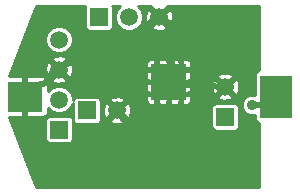
<source format=gbl>
G04 (created by PCBNEW (2013-07-07 BZR 4022)-stable) date 15/12/2014 22:10:53*
%MOIN*%
G04 Gerber Fmt 3.4, Leading zero omitted, Abs format*
%FSLAX34Y34*%
G01*
G70*
G90*
G04 APERTURE LIST*
%ADD10C,0.00590551*%
%ADD11R,0.0393701X0.0393701*%
%ADD12R,0.0590551X0.0590551*%
%ADD13C,0.0590551*%
%ADD14R,0.1181X0.1024*%
%ADD15R,0.1102X0.1417*%
%ADD16C,0.0354331*%
%ADD17C,0.019685*%
%ADD18C,0.01*%
G04 APERTURE END LIST*
G54D10*
G54D11*
X46047Y-23508D03*
X46440Y-23508D03*
X45653Y-23508D03*
X45653Y-23114D03*
X46047Y-23114D03*
X46440Y-23114D03*
X45653Y-23901D03*
X46047Y-23901D03*
X46440Y-23901D03*
G54D12*
X42400Y-25100D03*
G54D13*
X42400Y-24100D03*
X42400Y-23100D03*
X42400Y-22100D03*
G54D12*
X43724Y-21349D03*
G54D13*
X44724Y-21349D03*
X45724Y-21349D03*
G54D12*
X47933Y-24673D03*
G54D13*
X47933Y-23673D03*
G54D14*
X41254Y-24000D03*
G54D15*
X49639Y-24000D03*
G54D12*
X43321Y-24463D03*
G54D13*
X44321Y-24463D03*
G54D16*
X48832Y-24284D03*
X46215Y-21637D03*
X45428Y-26082D03*
G54D17*
X49088Y-24284D02*
X48832Y-24284D01*
X49186Y-24284D02*
X49088Y-24284D01*
X49639Y-24000D02*
X49186Y-24284D01*
X44321Y-24463D02*
X45428Y-26082D01*
X44938Y-21859D02*
X45724Y-21349D01*
X42232Y-23116D02*
X44938Y-21859D01*
X41942Y-23528D02*
X42232Y-23116D01*
X41885Y-23586D02*
X41942Y-23528D01*
X41844Y-23586D02*
X41885Y-23586D01*
X41746Y-23586D02*
X41844Y-23586D01*
X41254Y-24000D02*
X41746Y-23586D01*
X45724Y-21349D02*
X46215Y-21637D01*
X46145Y-23015D02*
X46047Y-23114D01*
X46145Y-22917D02*
X46145Y-23015D01*
X46145Y-22876D02*
X46145Y-22917D01*
X46215Y-21637D02*
X46145Y-22876D01*
X46678Y-23606D02*
X47933Y-23673D01*
X46637Y-23606D02*
X46678Y-23606D01*
X46539Y-23606D02*
X46637Y-23606D01*
X46440Y-23508D02*
X46539Y-23606D01*
G54D10*
G36*
X49060Y-24876D02*
X49052Y-24920D01*
X49052Y-27012D01*
X48402Y-27012D01*
X48402Y-23735D01*
X48390Y-23551D01*
X48342Y-23436D01*
X48270Y-23405D01*
X48202Y-23473D01*
X48202Y-23336D01*
X48170Y-23264D01*
X47996Y-23204D01*
X47812Y-23216D01*
X47696Y-23264D01*
X47665Y-23336D01*
X47933Y-23604D01*
X48202Y-23336D01*
X48202Y-23473D01*
X48002Y-23673D01*
X48270Y-23941D01*
X48342Y-23910D01*
X48402Y-23735D01*
X48402Y-27012D01*
X48397Y-27012D01*
X48397Y-24935D01*
X48397Y-24344D01*
X48371Y-24282D01*
X48324Y-24235D01*
X48262Y-24209D01*
X48202Y-24209D01*
X48202Y-24009D01*
X47933Y-23741D01*
X47865Y-23810D01*
X47865Y-23673D01*
X47597Y-23405D01*
X47525Y-23436D01*
X47465Y-23610D01*
X47477Y-23794D01*
X47525Y-23910D01*
X47597Y-23941D01*
X47865Y-23673D01*
X47865Y-23810D01*
X47665Y-24009D01*
X47696Y-24081D01*
X47871Y-24141D01*
X48055Y-24129D01*
X48170Y-24081D01*
X48202Y-24009D01*
X48202Y-24209D01*
X48195Y-24209D01*
X47605Y-24209D01*
X47543Y-24235D01*
X47496Y-24282D01*
X47470Y-24344D01*
X47470Y-24411D01*
X47470Y-25001D01*
X47495Y-25063D01*
X47543Y-25110D01*
X47604Y-25136D01*
X47671Y-25136D01*
X48262Y-25136D01*
X48324Y-25111D01*
X48371Y-25063D01*
X48397Y-25002D01*
X48397Y-24935D01*
X48397Y-27012D01*
X46805Y-27012D01*
X46805Y-24065D01*
X46805Y-23738D01*
X46805Y-23704D01*
X46805Y-23671D01*
X46805Y-23344D01*
X46805Y-23311D01*
X46805Y-23277D01*
X46805Y-22950D01*
X46805Y-22883D01*
X46780Y-22822D01*
X46732Y-22774D01*
X46671Y-22749D01*
X46531Y-22749D01*
X46489Y-22791D01*
X46489Y-23065D01*
X46763Y-23065D01*
X46805Y-23023D01*
X46805Y-22950D01*
X46805Y-23277D01*
X46805Y-23204D01*
X46763Y-23162D01*
X46718Y-23162D01*
X46671Y-23143D01*
X46531Y-23143D01*
X46511Y-23162D01*
X46489Y-23162D01*
X46489Y-23185D01*
X46489Y-23437D01*
X46489Y-23459D01*
X46511Y-23459D01*
X46531Y-23479D01*
X46671Y-23479D01*
X46718Y-23459D01*
X46763Y-23459D01*
X46805Y-23417D01*
X46805Y-23344D01*
X46805Y-23671D01*
X46805Y-23598D01*
X46763Y-23556D01*
X46718Y-23556D01*
X46671Y-23536D01*
X46531Y-23536D01*
X46511Y-23556D01*
X46489Y-23556D01*
X46489Y-23578D01*
X46489Y-23830D01*
X46489Y-23853D01*
X46511Y-23853D01*
X46531Y-23872D01*
X46671Y-23873D01*
X46718Y-23853D01*
X46763Y-23853D01*
X46805Y-23811D01*
X46805Y-23738D01*
X46805Y-24065D01*
X46805Y-23992D01*
X46763Y-23950D01*
X46489Y-23950D01*
X46489Y-24224D01*
X46531Y-24266D01*
X46671Y-24266D01*
X46732Y-24241D01*
X46780Y-24193D01*
X46805Y-24132D01*
X46805Y-24065D01*
X46805Y-27012D01*
X46412Y-27012D01*
X46412Y-24065D01*
X46412Y-23738D01*
X46412Y-23704D01*
X46412Y-23671D01*
X46412Y-23344D01*
X46412Y-23311D01*
X46412Y-23277D01*
X46412Y-22950D01*
X46412Y-22883D01*
X46392Y-22836D01*
X46392Y-22791D01*
X46350Y-22749D01*
X46277Y-22749D01*
X46277Y-22749D01*
X46244Y-22749D01*
X46210Y-22749D01*
X46210Y-22749D01*
X46192Y-22749D01*
X46192Y-21412D01*
X46181Y-21228D01*
X46133Y-21112D01*
X46061Y-21081D01*
X45792Y-21349D01*
X46061Y-21617D01*
X46133Y-21586D01*
X46192Y-21412D01*
X46192Y-22749D01*
X46137Y-22749D01*
X46095Y-22791D01*
X46095Y-22836D01*
X46076Y-22883D01*
X46075Y-22950D01*
X46075Y-23023D01*
X46095Y-23043D01*
X46095Y-23065D01*
X46118Y-23065D01*
X46370Y-23065D01*
X46392Y-23065D01*
X46392Y-23043D01*
X46412Y-23023D01*
X46412Y-22950D01*
X46412Y-23277D01*
X46412Y-23204D01*
X46392Y-23185D01*
X46392Y-23162D01*
X46370Y-23162D01*
X46350Y-23143D01*
X46277Y-23143D01*
X46277Y-23143D01*
X46244Y-23143D01*
X46210Y-23143D01*
X46210Y-23143D01*
X46137Y-23143D01*
X46118Y-23162D01*
X46095Y-23162D01*
X46095Y-23185D01*
X46075Y-23204D01*
X46075Y-23277D01*
X46075Y-23311D01*
X46075Y-23344D01*
X46075Y-23417D01*
X46095Y-23437D01*
X46095Y-23459D01*
X46118Y-23459D01*
X46137Y-23479D01*
X46210Y-23479D01*
X46210Y-23479D01*
X46244Y-23479D01*
X46277Y-23479D01*
X46277Y-23479D01*
X46350Y-23479D01*
X46370Y-23459D01*
X46392Y-23459D01*
X46392Y-23437D01*
X46412Y-23417D01*
X46412Y-23344D01*
X46412Y-23671D01*
X46412Y-23598D01*
X46392Y-23578D01*
X46392Y-23556D01*
X46370Y-23556D01*
X46350Y-23536D01*
X46277Y-23536D01*
X46277Y-23536D01*
X46244Y-23536D01*
X46210Y-23536D01*
X46210Y-23536D01*
X46137Y-23536D01*
X46118Y-23556D01*
X46095Y-23556D01*
X46095Y-23578D01*
X46075Y-23598D01*
X46075Y-23671D01*
X46075Y-23704D01*
X46075Y-23738D01*
X46075Y-23811D01*
X46095Y-23830D01*
X46095Y-23853D01*
X46118Y-23853D01*
X46137Y-23872D01*
X46210Y-23873D01*
X46210Y-23873D01*
X46244Y-23873D01*
X46277Y-23873D01*
X46277Y-23873D01*
X46350Y-23872D01*
X46370Y-23853D01*
X46392Y-23853D01*
X46392Y-23830D01*
X46412Y-23811D01*
X46412Y-23738D01*
X46412Y-24065D01*
X46412Y-23992D01*
X46392Y-23972D01*
X46392Y-23950D01*
X46370Y-23950D01*
X46118Y-23950D01*
X46095Y-23950D01*
X46095Y-23972D01*
X46075Y-23992D01*
X46075Y-24065D01*
X46076Y-24132D01*
X46095Y-24179D01*
X46095Y-24224D01*
X46137Y-24266D01*
X46210Y-24266D01*
X46210Y-24266D01*
X46244Y-24266D01*
X46277Y-24266D01*
X46277Y-24266D01*
X46350Y-24266D01*
X46392Y-24224D01*
X46392Y-24179D01*
X46412Y-24132D01*
X46412Y-24065D01*
X46412Y-27012D01*
X46018Y-27012D01*
X46018Y-24065D01*
X46018Y-23738D01*
X46018Y-23704D01*
X46018Y-23671D01*
X46018Y-23344D01*
X46018Y-23311D01*
X46018Y-23277D01*
X46018Y-22950D01*
X46018Y-22883D01*
X45998Y-22836D01*
X45998Y-22791D01*
X45992Y-22785D01*
X45992Y-21686D01*
X45724Y-21418D01*
X45655Y-21486D01*
X45655Y-21349D01*
X45387Y-21081D01*
X45315Y-21112D01*
X45256Y-21287D01*
X45267Y-21471D01*
X45315Y-21586D01*
X45387Y-21617D01*
X45655Y-21349D01*
X45655Y-21486D01*
X45456Y-21686D01*
X45487Y-21758D01*
X45661Y-21818D01*
X45845Y-21806D01*
X45961Y-21758D01*
X45992Y-21686D01*
X45992Y-22785D01*
X45956Y-22749D01*
X45883Y-22749D01*
X45883Y-22749D01*
X45850Y-22749D01*
X45817Y-22749D01*
X45817Y-22749D01*
X45743Y-22749D01*
X45701Y-22791D01*
X45701Y-22836D01*
X45682Y-22883D01*
X45682Y-22950D01*
X45682Y-23023D01*
X45701Y-23043D01*
X45701Y-23065D01*
X45724Y-23065D01*
X45976Y-23065D01*
X45998Y-23065D01*
X45998Y-23043D01*
X46018Y-23023D01*
X46018Y-22950D01*
X46018Y-23277D01*
X46018Y-23204D01*
X45998Y-23185D01*
X45998Y-23162D01*
X45976Y-23162D01*
X45956Y-23143D01*
X45883Y-23143D01*
X45883Y-23143D01*
X45850Y-23143D01*
X45817Y-23143D01*
X45817Y-23143D01*
X45743Y-23143D01*
X45724Y-23162D01*
X45701Y-23162D01*
X45701Y-23185D01*
X45682Y-23204D01*
X45682Y-23277D01*
X45682Y-23311D01*
X45682Y-23344D01*
X45682Y-23417D01*
X45701Y-23437D01*
X45701Y-23459D01*
X45724Y-23459D01*
X45743Y-23479D01*
X45817Y-23479D01*
X45817Y-23479D01*
X45850Y-23479D01*
X45883Y-23479D01*
X45883Y-23479D01*
X45956Y-23479D01*
X45976Y-23459D01*
X45998Y-23459D01*
X45998Y-23437D01*
X46018Y-23417D01*
X46018Y-23344D01*
X46018Y-23671D01*
X46018Y-23598D01*
X45998Y-23578D01*
X45998Y-23556D01*
X45976Y-23556D01*
X45956Y-23536D01*
X45883Y-23536D01*
X45883Y-23536D01*
X45850Y-23536D01*
X45817Y-23536D01*
X45817Y-23536D01*
X45743Y-23536D01*
X45724Y-23556D01*
X45701Y-23556D01*
X45701Y-23578D01*
X45682Y-23598D01*
X45682Y-23671D01*
X45682Y-23704D01*
X45682Y-23738D01*
X45682Y-23811D01*
X45701Y-23830D01*
X45701Y-23853D01*
X45724Y-23853D01*
X45743Y-23872D01*
X45817Y-23873D01*
X45817Y-23873D01*
X45850Y-23873D01*
X45883Y-23873D01*
X45883Y-23873D01*
X45956Y-23872D01*
X45976Y-23853D01*
X45998Y-23853D01*
X45998Y-23830D01*
X46018Y-23811D01*
X46018Y-23738D01*
X46018Y-24065D01*
X46018Y-23992D01*
X45998Y-23972D01*
X45998Y-23950D01*
X45976Y-23950D01*
X45724Y-23950D01*
X45701Y-23950D01*
X45701Y-23972D01*
X45682Y-23992D01*
X45682Y-24065D01*
X45682Y-24132D01*
X45701Y-24179D01*
X45701Y-24224D01*
X45743Y-24266D01*
X45817Y-24266D01*
X45817Y-24266D01*
X45850Y-24266D01*
X45883Y-24266D01*
X45883Y-24266D01*
X45956Y-24266D01*
X45998Y-24224D01*
X45998Y-24179D01*
X46018Y-24132D01*
X46018Y-24065D01*
X46018Y-27012D01*
X45605Y-27012D01*
X45605Y-24224D01*
X45605Y-23950D01*
X45605Y-23853D01*
X45605Y-23830D01*
X45605Y-23578D01*
X45605Y-23556D01*
X45605Y-23459D01*
X45605Y-23437D01*
X45605Y-23185D01*
X45605Y-23162D01*
X45605Y-23065D01*
X45605Y-22791D01*
X45563Y-22749D01*
X45423Y-22749D01*
X45361Y-22774D01*
X45314Y-22822D01*
X45288Y-22883D01*
X45288Y-22950D01*
X45288Y-23023D01*
X45330Y-23065D01*
X45605Y-23065D01*
X45605Y-23162D01*
X45582Y-23162D01*
X45563Y-23143D01*
X45423Y-23143D01*
X45375Y-23162D01*
X45330Y-23162D01*
X45288Y-23204D01*
X45288Y-23277D01*
X45288Y-23311D01*
X45288Y-23344D01*
X45288Y-23417D01*
X45330Y-23459D01*
X45375Y-23459D01*
X45423Y-23479D01*
X45563Y-23479D01*
X45582Y-23459D01*
X45605Y-23459D01*
X45605Y-23556D01*
X45582Y-23556D01*
X45563Y-23536D01*
X45423Y-23536D01*
X45375Y-23556D01*
X45330Y-23556D01*
X45288Y-23598D01*
X45288Y-23671D01*
X45288Y-23704D01*
X45288Y-23738D01*
X45288Y-23811D01*
X45330Y-23853D01*
X45375Y-23853D01*
X45423Y-23873D01*
X45563Y-23872D01*
X45582Y-23853D01*
X45605Y-23853D01*
X45605Y-23950D01*
X45330Y-23950D01*
X45288Y-23992D01*
X45288Y-24065D01*
X45288Y-24132D01*
X45314Y-24193D01*
X45361Y-24241D01*
X45423Y-24266D01*
X45563Y-24266D01*
X45605Y-24224D01*
X45605Y-27012D01*
X44789Y-27012D01*
X44789Y-24525D01*
X44778Y-24341D01*
X44730Y-24226D01*
X44658Y-24194D01*
X44589Y-24263D01*
X44589Y-24126D01*
X44558Y-24054D01*
X44384Y-23994D01*
X44200Y-24006D01*
X44084Y-24054D01*
X44053Y-24126D01*
X44321Y-24394D01*
X44589Y-24126D01*
X44589Y-24263D01*
X44389Y-24463D01*
X44658Y-24731D01*
X44730Y-24700D01*
X44789Y-24525D01*
X44789Y-27012D01*
X44589Y-27012D01*
X44589Y-24799D01*
X44321Y-24531D01*
X44252Y-24600D01*
X44252Y-24463D01*
X43984Y-24194D01*
X43912Y-24226D01*
X43853Y-24400D01*
X43864Y-24584D01*
X43912Y-24700D01*
X43984Y-24731D01*
X44252Y-24463D01*
X44252Y-24600D01*
X44053Y-24799D01*
X44084Y-24871D01*
X44258Y-24931D01*
X44442Y-24919D01*
X44558Y-24871D01*
X44589Y-24799D01*
X44589Y-27012D01*
X43784Y-27012D01*
X43784Y-24725D01*
X43784Y-24134D01*
X43759Y-24072D01*
X43712Y-24025D01*
X43650Y-23999D01*
X43583Y-23999D01*
X42992Y-23999D01*
X42931Y-24025D01*
X42883Y-24072D01*
X42868Y-24109D01*
X42868Y-23162D01*
X42863Y-23086D01*
X42863Y-22008D01*
X42793Y-21837D01*
X42662Y-21707D01*
X42492Y-21636D01*
X42308Y-21636D01*
X42137Y-21706D01*
X42007Y-21837D01*
X41936Y-22007D01*
X41936Y-22191D01*
X42006Y-22362D01*
X42137Y-22492D01*
X42307Y-22563D01*
X42491Y-22563D01*
X42662Y-22493D01*
X42792Y-22362D01*
X42863Y-22192D01*
X42863Y-22008D01*
X42863Y-23086D01*
X42856Y-22978D01*
X42808Y-22862D01*
X42736Y-22831D01*
X42668Y-22900D01*
X42668Y-22763D01*
X42637Y-22691D01*
X42462Y-22631D01*
X42278Y-22643D01*
X42162Y-22691D01*
X42131Y-22763D01*
X42400Y-23031D01*
X42668Y-22763D01*
X42668Y-22900D01*
X42468Y-23100D01*
X42736Y-23368D01*
X42808Y-23337D01*
X42868Y-23162D01*
X42868Y-24109D01*
X42863Y-24121D01*
X42863Y-24008D01*
X42793Y-23837D01*
X42668Y-23712D01*
X42668Y-23436D01*
X42400Y-23168D01*
X42331Y-23236D01*
X42331Y-23100D01*
X42063Y-22831D01*
X41991Y-22862D01*
X41931Y-23037D01*
X41943Y-23221D01*
X41991Y-23337D01*
X42063Y-23368D01*
X42331Y-23100D01*
X42331Y-23236D01*
X42131Y-23436D01*
X42162Y-23508D01*
X42337Y-23568D01*
X42521Y-23556D01*
X42637Y-23508D01*
X42668Y-23436D01*
X42668Y-23712D01*
X42662Y-23707D01*
X42492Y-23636D01*
X42308Y-23636D01*
X42137Y-23706D01*
X42012Y-23831D01*
X42012Y-23521D01*
X42012Y-23454D01*
X41986Y-23392D01*
X41939Y-23345D01*
X41877Y-23319D01*
X41344Y-23319D01*
X41302Y-23361D01*
X41302Y-23951D01*
X41310Y-23951D01*
X41310Y-24048D01*
X41302Y-24048D01*
X41302Y-24638D01*
X41344Y-24680D01*
X41877Y-24680D01*
X41939Y-24654D01*
X41986Y-24607D01*
X42012Y-24545D01*
X42012Y-24478D01*
X42012Y-24367D01*
X42137Y-24492D01*
X42307Y-24563D01*
X42491Y-24563D01*
X42662Y-24493D01*
X42792Y-24362D01*
X42858Y-24205D01*
X42858Y-24758D01*
X42837Y-24709D01*
X42790Y-24662D01*
X42728Y-24636D01*
X42661Y-24636D01*
X42071Y-24636D01*
X42009Y-24662D01*
X41962Y-24709D01*
X41936Y-24771D01*
X41936Y-24838D01*
X41936Y-25428D01*
X41962Y-25490D01*
X42009Y-25537D01*
X42071Y-25563D01*
X42138Y-25563D01*
X42728Y-25563D01*
X42790Y-25537D01*
X42837Y-25490D01*
X42863Y-25428D01*
X42863Y-25361D01*
X42863Y-24804D01*
X42883Y-24853D01*
X42930Y-24900D01*
X42992Y-24926D01*
X43059Y-24926D01*
X43649Y-24926D01*
X43711Y-24901D01*
X43759Y-24853D01*
X43784Y-24792D01*
X43784Y-24725D01*
X43784Y-27012D01*
X41627Y-27012D01*
X40731Y-24680D01*
X41163Y-24680D01*
X41205Y-24638D01*
X41205Y-24048D01*
X41197Y-24048D01*
X41197Y-23951D01*
X41205Y-23951D01*
X41205Y-23361D01*
X41163Y-23319D01*
X40731Y-23319D01*
X41627Y-20987D01*
X43274Y-20987D01*
X43261Y-21020D01*
X43260Y-21087D01*
X43260Y-21678D01*
X43286Y-21740D01*
X43333Y-21787D01*
X43395Y-21813D01*
X43462Y-21813D01*
X44052Y-21813D01*
X44114Y-21787D01*
X44162Y-21740D01*
X44187Y-21678D01*
X44187Y-21611D01*
X44187Y-21021D01*
X44174Y-20987D01*
X44431Y-20987D01*
X44331Y-21086D01*
X44261Y-21257D01*
X44260Y-21441D01*
X44331Y-21611D01*
X44461Y-21742D01*
X44631Y-21813D01*
X44816Y-21813D01*
X44986Y-21742D01*
X45117Y-21612D01*
X45187Y-21442D01*
X45187Y-21257D01*
X45117Y-21087D01*
X45017Y-20987D01*
X45467Y-20987D01*
X45456Y-21013D01*
X45724Y-21281D01*
X45992Y-21013D01*
X45981Y-20987D01*
X49052Y-20987D01*
X49052Y-23080D01*
X49060Y-23123D01*
X49054Y-23123D01*
X48992Y-23148D01*
X48945Y-23196D01*
X48919Y-23257D01*
X48919Y-23324D01*
X48919Y-23947D01*
X48901Y-23939D01*
X48763Y-23939D01*
X48636Y-23991D01*
X48539Y-24088D01*
X48486Y-24215D01*
X48486Y-24352D01*
X48539Y-24479D01*
X48636Y-24577D01*
X48763Y-24629D01*
X48900Y-24629D01*
X48919Y-24621D01*
X48919Y-24741D01*
X48945Y-24803D01*
X48992Y-24850D01*
X49054Y-24876D01*
X49060Y-24876D01*
X49060Y-24876D01*
G37*
G54D18*
X49060Y-24876D02*
X49052Y-24920D01*
X49052Y-27012D01*
X48402Y-27012D01*
X48402Y-23735D01*
X48390Y-23551D01*
X48342Y-23436D01*
X48270Y-23405D01*
X48202Y-23473D01*
X48202Y-23336D01*
X48170Y-23264D01*
X47996Y-23204D01*
X47812Y-23216D01*
X47696Y-23264D01*
X47665Y-23336D01*
X47933Y-23604D01*
X48202Y-23336D01*
X48202Y-23473D01*
X48002Y-23673D01*
X48270Y-23941D01*
X48342Y-23910D01*
X48402Y-23735D01*
X48402Y-27012D01*
X48397Y-27012D01*
X48397Y-24935D01*
X48397Y-24344D01*
X48371Y-24282D01*
X48324Y-24235D01*
X48262Y-24209D01*
X48202Y-24209D01*
X48202Y-24009D01*
X47933Y-23741D01*
X47865Y-23810D01*
X47865Y-23673D01*
X47597Y-23405D01*
X47525Y-23436D01*
X47465Y-23610D01*
X47477Y-23794D01*
X47525Y-23910D01*
X47597Y-23941D01*
X47865Y-23673D01*
X47865Y-23810D01*
X47665Y-24009D01*
X47696Y-24081D01*
X47871Y-24141D01*
X48055Y-24129D01*
X48170Y-24081D01*
X48202Y-24009D01*
X48202Y-24209D01*
X48195Y-24209D01*
X47605Y-24209D01*
X47543Y-24235D01*
X47496Y-24282D01*
X47470Y-24344D01*
X47470Y-24411D01*
X47470Y-25001D01*
X47495Y-25063D01*
X47543Y-25110D01*
X47604Y-25136D01*
X47671Y-25136D01*
X48262Y-25136D01*
X48324Y-25111D01*
X48371Y-25063D01*
X48397Y-25002D01*
X48397Y-24935D01*
X48397Y-27012D01*
X46805Y-27012D01*
X46805Y-24065D01*
X46805Y-23738D01*
X46805Y-23704D01*
X46805Y-23671D01*
X46805Y-23344D01*
X46805Y-23311D01*
X46805Y-23277D01*
X46805Y-22950D01*
X46805Y-22883D01*
X46780Y-22822D01*
X46732Y-22774D01*
X46671Y-22749D01*
X46531Y-22749D01*
X46489Y-22791D01*
X46489Y-23065D01*
X46763Y-23065D01*
X46805Y-23023D01*
X46805Y-22950D01*
X46805Y-23277D01*
X46805Y-23204D01*
X46763Y-23162D01*
X46718Y-23162D01*
X46671Y-23143D01*
X46531Y-23143D01*
X46511Y-23162D01*
X46489Y-23162D01*
X46489Y-23185D01*
X46489Y-23437D01*
X46489Y-23459D01*
X46511Y-23459D01*
X46531Y-23479D01*
X46671Y-23479D01*
X46718Y-23459D01*
X46763Y-23459D01*
X46805Y-23417D01*
X46805Y-23344D01*
X46805Y-23671D01*
X46805Y-23598D01*
X46763Y-23556D01*
X46718Y-23556D01*
X46671Y-23536D01*
X46531Y-23536D01*
X46511Y-23556D01*
X46489Y-23556D01*
X46489Y-23578D01*
X46489Y-23830D01*
X46489Y-23853D01*
X46511Y-23853D01*
X46531Y-23872D01*
X46671Y-23873D01*
X46718Y-23853D01*
X46763Y-23853D01*
X46805Y-23811D01*
X46805Y-23738D01*
X46805Y-24065D01*
X46805Y-23992D01*
X46763Y-23950D01*
X46489Y-23950D01*
X46489Y-24224D01*
X46531Y-24266D01*
X46671Y-24266D01*
X46732Y-24241D01*
X46780Y-24193D01*
X46805Y-24132D01*
X46805Y-24065D01*
X46805Y-27012D01*
X46412Y-27012D01*
X46412Y-24065D01*
X46412Y-23738D01*
X46412Y-23704D01*
X46412Y-23671D01*
X46412Y-23344D01*
X46412Y-23311D01*
X46412Y-23277D01*
X46412Y-22950D01*
X46412Y-22883D01*
X46392Y-22836D01*
X46392Y-22791D01*
X46350Y-22749D01*
X46277Y-22749D01*
X46277Y-22749D01*
X46244Y-22749D01*
X46210Y-22749D01*
X46210Y-22749D01*
X46192Y-22749D01*
X46192Y-21412D01*
X46181Y-21228D01*
X46133Y-21112D01*
X46061Y-21081D01*
X45792Y-21349D01*
X46061Y-21617D01*
X46133Y-21586D01*
X46192Y-21412D01*
X46192Y-22749D01*
X46137Y-22749D01*
X46095Y-22791D01*
X46095Y-22836D01*
X46076Y-22883D01*
X46075Y-22950D01*
X46075Y-23023D01*
X46095Y-23043D01*
X46095Y-23065D01*
X46118Y-23065D01*
X46370Y-23065D01*
X46392Y-23065D01*
X46392Y-23043D01*
X46412Y-23023D01*
X46412Y-22950D01*
X46412Y-23277D01*
X46412Y-23204D01*
X46392Y-23185D01*
X46392Y-23162D01*
X46370Y-23162D01*
X46350Y-23143D01*
X46277Y-23143D01*
X46277Y-23143D01*
X46244Y-23143D01*
X46210Y-23143D01*
X46210Y-23143D01*
X46137Y-23143D01*
X46118Y-23162D01*
X46095Y-23162D01*
X46095Y-23185D01*
X46075Y-23204D01*
X46075Y-23277D01*
X46075Y-23311D01*
X46075Y-23344D01*
X46075Y-23417D01*
X46095Y-23437D01*
X46095Y-23459D01*
X46118Y-23459D01*
X46137Y-23479D01*
X46210Y-23479D01*
X46210Y-23479D01*
X46244Y-23479D01*
X46277Y-23479D01*
X46277Y-23479D01*
X46350Y-23479D01*
X46370Y-23459D01*
X46392Y-23459D01*
X46392Y-23437D01*
X46412Y-23417D01*
X46412Y-23344D01*
X46412Y-23671D01*
X46412Y-23598D01*
X46392Y-23578D01*
X46392Y-23556D01*
X46370Y-23556D01*
X46350Y-23536D01*
X46277Y-23536D01*
X46277Y-23536D01*
X46244Y-23536D01*
X46210Y-23536D01*
X46210Y-23536D01*
X46137Y-23536D01*
X46118Y-23556D01*
X46095Y-23556D01*
X46095Y-23578D01*
X46075Y-23598D01*
X46075Y-23671D01*
X46075Y-23704D01*
X46075Y-23738D01*
X46075Y-23811D01*
X46095Y-23830D01*
X46095Y-23853D01*
X46118Y-23853D01*
X46137Y-23872D01*
X46210Y-23873D01*
X46210Y-23873D01*
X46244Y-23873D01*
X46277Y-23873D01*
X46277Y-23873D01*
X46350Y-23872D01*
X46370Y-23853D01*
X46392Y-23853D01*
X46392Y-23830D01*
X46412Y-23811D01*
X46412Y-23738D01*
X46412Y-24065D01*
X46412Y-23992D01*
X46392Y-23972D01*
X46392Y-23950D01*
X46370Y-23950D01*
X46118Y-23950D01*
X46095Y-23950D01*
X46095Y-23972D01*
X46075Y-23992D01*
X46075Y-24065D01*
X46076Y-24132D01*
X46095Y-24179D01*
X46095Y-24224D01*
X46137Y-24266D01*
X46210Y-24266D01*
X46210Y-24266D01*
X46244Y-24266D01*
X46277Y-24266D01*
X46277Y-24266D01*
X46350Y-24266D01*
X46392Y-24224D01*
X46392Y-24179D01*
X46412Y-24132D01*
X46412Y-24065D01*
X46412Y-27012D01*
X46018Y-27012D01*
X46018Y-24065D01*
X46018Y-23738D01*
X46018Y-23704D01*
X46018Y-23671D01*
X46018Y-23344D01*
X46018Y-23311D01*
X46018Y-23277D01*
X46018Y-22950D01*
X46018Y-22883D01*
X45998Y-22836D01*
X45998Y-22791D01*
X45992Y-22785D01*
X45992Y-21686D01*
X45724Y-21418D01*
X45655Y-21486D01*
X45655Y-21349D01*
X45387Y-21081D01*
X45315Y-21112D01*
X45256Y-21287D01*
X45267Y-21471D01*
X45315Y-21586D01*
X45387Y-21617D01*
X45655Y-21349D01*
X45655Y-21486D01*
X45456Y-21686D01*
X45487Y-21758D01*
X45661Y-21818D01*
X45845Y-21806D01*
X45961Y-21758D01*
X45992Y-21686D01*
X45992Y-22785D01*
X45956Y-22749D01*
X45883Y-22749D01*
X45883Y-22749D01*
X45850Y-22749D01*
X45817Y-22749D01*
X45817Y-22749D01*
X45743Y-22749D01*
X45701Y-22791D01*
X45701Y-22836D01*
X45682Y-22883D01*
X45682Y-22950D01*
X45682Y-23023D01*
X45701Y-23043D01*
X45701Y-23065D01*
X45724Y-23065D01*
X45976Y-23065D01*
X45998Y-23065D01*
X45998Y-23043D01*
X46018Y-23023D01*
X46018Y-22950D01*
X46018Y-23277D01*
X46018Y-23204D01*
X45998Y-23185D01*
X45998Y-23162D01*
X45976Y-23162D01*
X45956Y-23143D01*
X45883Y-23143D01*
X45883Y-23143D01*
X45850Y-23143D01*
X45817Y-23143D01*
X45817Y-23143D01*
X45743Y-23143D01*
X45724Y-23162D01*
X45701Y-23162D01*
X45701Y-23185D01*
X45682Y-23204D01*
X45682Y-23277D01*
X45682Y-23311D01*
X45682Y-23344D01*
X45682Y-23417D01*
X45701Y-23437D01*
X45701Y-23459D01*
X45724Y-23459D01*
X45743Y-23479D01*
X45817Y-23479D01*
X45817Y-23479D01*
X45850Y-23479D01*
X45883Y-23479D01*
X45883Y-23479D01*
X45956Y-23479D01*
X45976Y-23459D01*
X45998Y-23459D01*
X45998Y-23437D01*
X46018Y-23417D01*
X46018Y-23344D01*
X46018Y-23671D01*
X46018Y-23598D01*
X45998Y-23578D01*
X45998Y-23556D01*
X45976Y-23556D01*
X45956Y-23536D01*
X45883Y-23536D01*
X45883Y-23536D01*
X45850Y-23536D01*
X45817Y-23536D01*
X45817Y-23536D01*
X45743Y-23536D01*
X45724Y-23556D01*
X45701Y-23556D01*
X45701Y-23578D01*
X45682Y-23598D01*
X45682Y-23671D01*
X45682Y-23704D01*
X45682Y-23738D01*
X45682Y-23811D01*
X45701Y-23830D01*
X45701Y-23853D01*
X45724Y-23853D01*
X45743Y-23872D01*
X45817Y-23873D01*
X45817Y-23873D01*
X45850Y-23873D01*
X45883Y-23873D01*
X45883Y-23873D01*
X45956Y-23872D01*
X45976Y-23853D01*
X45998Y-23853D01*
X45998Y-23830D01*
X46018Y-23811D01*
X46018Y-23738D01*
X46018Y-24065D01*
X46018Y-23992D01*
X45998Y-23972D01*
X45998Y-23950D01*
X45976Y-23950D01*
X45724Y-23950D01*
X45701Y-23950D01*
X45701Y-23972D01*
X45682Y-23992D01*
X45682Y-24065D01*
X45682Y-24132D01*
X45701Y-24179D01*
X45701Y-24224D01*
X45743Y-24266D01*
X45817Y-24266D01*
X45817Y-24266D01*
X45850Y-24266D01*
X45883Y-24266D01*
X45883Y-24266D01*
X45956Y-24266D01*
X45998Y-24224D01*
X45998Y-24179D01*
X46018Y-24132D01*
X46018Y-24065D01*
X46018Y-27012D01*
X45605Y-27012D01*
X45605Y-24224D01*
X45605Y-23950D01*
X45605Y-23853D01*
X45605Y-23830D01*
X45605Y-23578D01*
X45605Y-23556D01*
X45605Y-23459D01*
X45605Y-23437D01*
X45605Y-23185D01*
X45605Y-23162D01*
X45605Y-23065D01*
X45605Y-22791D01*
X45563Y-22749D01*
X45423Y-22749D01*
X45361Y-22774D01*
X45314Y-22822D01*
X45288Y-22883D01*
X45288Y-22950D01*
X45288Y-23023D01*
X45330Y-23065D01*
X45605Y-23065D01*
X45605Y-23162D01*
X45582Y-23162D01*
X45563Y-23143D01*
X45423Y-23143D01*
X45375Y-23162D01*
X45330Y-23162D01*
X45288Y-23204D01*
X45288Y-23277D01*
X45288Y-23311D01*
X45288Y-23344D01*
X45288Y-23417D01*
X45330Y-23459D01*
X45375Y-23459D01*
X45423Y-23479D01*
X45563Y-23479D01*
X45582Y-23459D01*
X45605Y-23459D01*
X45605Y-23556D01*
X45582Y-23556D01*
X45563Y-23536D01*
X45423Y-23536D01*
X45375Y-23556D01*
X45330Y-23556D01*
X45288Y-23598D01*
X45288Y-23671D01*
X45288Y-23704D01*
X45288Y-23738D01*
X45288Y-23811D01*
X45330Y-23853D01*
X45375Y-23853D01*
X45423Y-23873D01*
X45563Y-23872D01*
X45582Y-23853D01*
X45605Y-23853D01*
X45605Y-23950D01*
X45330Y-23950D01*
X45288Y-23992D01*
X45288Y-24065D01*
X45288Y-24132D01*
X45314Y-24193D01*
X45361Y-24241D01*
X45423Y-24266D01*
X45563Y-24266D01*
X45605Y-24224D01*
X45605Y-27012D01*
X44789Y-27012D01*
X44789Y-24525D01*
X44778Y-24341D01*
X44730Y-24226D01*
X44658Y-24194D01*
X44589Y-24263D01*
X44589Y-24126D01*
X44558Y-24054D01*
X44384Y-23994D01*
X44200Y-24006D01*
X44084Y-24054D01*
X44053Y-24126D01*
X44321Y-24394D01*
X44589Y-24126D01*
X44589Y-24263D01*
X44389Y-24463D01*
X44658Y-24731D01*
X44730Y-24700D01*
X44789Y-24525D01*
X44789Y-27012D01*
X44589Y-27012D01*
X44589Y-24799D01*
X44321Y-24531D01*
X44252Y-24600D01*
X44252Y-24463D01*
X43984Y-24194D01*
X43912Y-24226D01*
X43853Y-24400D01*
X43864Y-24584D01*
X43912Y-24700D01*
X43984Y-24731D01*
X44252Y-24463D01*
X44252Y-24600D01*
X44053Y-24799D01*
X44084Y-24871D01*
X44258Y-24931D01*
X44442Y-24919D01*
X44558Y-24871D01*
X44589Y-24799D01*
X44589Y-27012D01*
X43784Y-27012D01*
X43784Y-24725D01*
X43784Y-24134D01*
X43759Y-24072D01*
X43712Y-24025D01*
X43650Y-23999D01*
X43583Y-23999D01*
X42992Y-23999D01*
X42931Y-24025D01*
X42883Y-24072D01*
X42868Y-24109D01*
X42868Y-23162D01*
X42863Y-23086D01*
X42863Y-22008D01*
X42793Y-21837D01*
X42662Y-21707D01*
X42492Y-21636D01*
X42308Y-21636D01*
X42137Y-21706D01*
X42007Y-21837D01*
X41936Y-22007D01*
X41936Y-22191D01*
X42006Y-22362D01*
X42137Y-22492D01*
X42307Y-22563D01*
X42491Y-22563D01*
X42662Y-22493D01*
X42792Y-22362D01*
X42863Y-22192D01*
X42863Y-22008D01*
X42863Y-23086D01*
X42856Y-22978D01*
X42808Y-22862D01*
X42736Y-22831D01*
X42668Y-22900D01*
X42668Y-22763D01*
X42637Y-22691D01*
X42462Y-22631D01*
X42278Y-22643D01*
X42162Y-22691D01*
X42131Y-22763D01*
X42400Y-23031D01*
X42668Y-22763D01*
X42668Y-22900D01*
X42468Y-23100D01*
X42736Y-23368D01*
X42808Y-23337D01*
X42868Y-23162D01*
X42868Y-24109D01*
X42863Y-24121D01*
X42863Y-24008D01*
X42793Y-23837D01*
X42668Y-23712D01*
X42668Y-23436D01*
X42400Y-23168D01*
X42331Y-23236D01*
X42331Y-23100D01*
X42063Y-22831D01*
X41991Y-22862D01*
X41931Y-23037D01*
X41943Y-23221D01*
X41991Y-23337D01*
X42063Y-23368D01*
X42331Y-23100D01*
X42331Y-23236D01*
X42131Y-23436D01*
X42162Y-23508D01*
X42337Y-23568D01*
X42521Y-23556D01*
X42637Y-23508D01*
X42668Y-23436D01*
X42668Y-23712D01*
X42662Y-23707D01*
X42492Y-23636D01*
X42308Y-23636D01*
X42137Y-23706D01*
X42012Y-23831D01*
X42012Y-23521D01*
X42012Y-23454D01*
X41986Y-23392D01*
X41939Y-23345D01*
X41877Y-23319D01*
X41344Y-23319D01*
X41302Y-23361D01*
X41302Y-23951D01*
X41310Y-23951D01*
X41310Y-24048D01*
X41302Y-24048D01*
X41302Y-24638D01*
X41344Y-24680D01*
X41877Y-24680D01*
X41939Y-24654D01*
X41986Y-24607D01*
X42012Y-24545D01*
X42012Y-24478D01*
X42012Y-24367D01*
X42137Y-24492D01*
X42307Y-24563D01*
X42491Y-24563D01*
X42662Y-24493D01*
X42792Y-24362D01*
X42858Y-24205D01*
X42858Y-24758D01*
X42837Y-24709D01*
X42790Y-24662D01*
X42728Y-24636D01*
X42661Y-24636D01*
X42071Y-24636D01*
X42009Y-24662D01*
X41962Y-24709D01*
X41936Y-24771D01*
X41936Y-24838D01*
X41936Y-25428D01*
X41962Y-25490D01*
X42009Y-25537D01*
X42071Y-25563D01*
X42138Y-25563D01*
X42728Y-25563D01*
X42790Y-25537D01*
X42837Y-25490D01*
X42863Y-25428D01*
X42863Y-25361D01*
X42863Y-24804D01*
X42883Y-24853D01*
X42930Y-24900D01*
X42992Y-24926D01*
X43059Y-24926D01*
X43649Y-24926D01*
X43711Y-24901D01*
X43759Y-24853D01*
X43784Y-24792D01*
X43784Y-24725D01*
X43784Y-27012D01*
X41627Y-27012D01*
X40731Y-24680D01*
X41163Y-24680D01*
X41205Y-24638D01*
X41205Y-24048D01*
X41197Y-24048D01*
X41197Y-23951D01*
X41205Y-23951D01*
X41205Y-23361D01*
X41163Y-23319D01*
X40731Y-23319D01*
X41627Y-20987D01*
X43274Y-20987D01*
X43261Y-21020D01*
X43260Y-21087D01*
X43260Y-21678D01*
X43286Y-21740D01*
X43333Y-21787D01*
X43395Y-21813D01*
X43462Y-21813D01*
X44052Y-21813D01*
X44114Y-21787D01*
X44162Y-21740D01*
X44187Y-21678D01*
X44187Y-21611D01*
X44187Y-21021D01*
X44174Y-20987D01*
X44431Y-20987D01*
X44331Y-21086D01*
X44261Y-21257D01*
X44260Y-21441D01*
X44331Y-21611D01*
X44461Y-21742D01*
X44631Y-21813D01*
X44816Y-21813D01*
X44986Y-21742D01*
X45117Y-21612D01*
X45187Y-21442D01*
X45187Y-21257D01*
X45117Y-21087D01*
X45017Y-20987D01*
X45467Y-20987D01*
X45456Y-21013D01*
X45724Y-21281D01*
X45992Y-21013D01*
X45981Y-20987D01*
X49052Y-20987D01*
X49052Y-23080D01*
X49060Y-23123D01*
X49054Y-23123D01*
X48992Y-23148D01*
X48945Y-23196D01*
X48919Y-23257D01*
X48919Y-23324D01*
X48919Y-23947D01*
X48901Y-23939D01*
X48763Y-23939D01*
X48636Y-23991D01*
X48539Y-24088D01*
X48486Y-24215D01*
X48486Y-24352D01*
X48539Y-24479D01*
X48636Y-24577D01*
X48763Y-24629D01*
X48900Y-24629D01*
X48919Y-24621D01*
X48919Y-24741D01*
X48945Y-24803D01*
X48992Y-24850D01*
X49054Y-24876D01*
X49060Y-24876D01*
M02*

</source>
